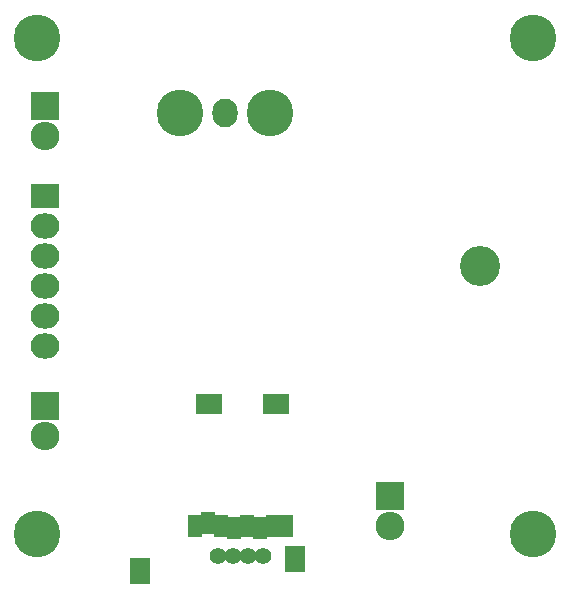
<source format=gbs>
G04 #@! TF.FileFunction,Soldermask,Bot*
%FSLAX46Y46*%
G04 Gerber Fmt 4.6, Leading zero omitted, Abs format (unit mm)*
G04 Created by KiCad (PCBNEW 4.0.7) date Monday, May 07, 2018 'AMt' 09:05:24 AM*
%MOMM*%
%LPD*%
G01*
G04 APERTURE LIST*
%ADD10C,0.100000*%
%ADD11C,1.416000*%
%ADD12R,2.432000X2.432000*%
%ADD13O,2.432000X2.432000*%
%ADD14R,2.432000X2.127200*%
%ADD15O,2.432000X2.127200*%
%ADD16R,1.799540X2.299920*%
%ADD17R,1.197560X1.898600*%
%ADD18R,2.198320X1.799540*%
%ADD19C,3.956000*%
%ADD20C,3.400000*%
%ADD21O,2.127200X2.432000*%
G04 APERTURE END LIST*
D10*
D11*
X78105000Y-102870000D03*
X76855000Y-102870000D03*
X75565000Y-102870000D03*
X74315000Y-102870000D03*
D12*
X59690000Y-64770000D03*
D13*
X59690000Y-67310000D03*
D12*
X88900000Y-97790000D03*
D13*
X88900000Y-100330000D03*
D12*
X59690000Y-90170000D03*
D13*
X59690000Y-92710000D03*
D14*
X59690000Y-72390000D03*
D15*
X59690000Y-74930000D03*
X59690000Y-77470000D03*
X59690000Y-80010000D03*
X59690000Y-82550000D03*
X59690000Y-85090000D03*
D16*
X67708780Y-104155240D03*
X80855820Y-103154480D03*
D17*
X72356980Y-100304600D03*
X73456800Y-100103940D03*
X74554080Y-100304600D03*
X75653900Y-100505260D03*
X76753720Y-100304600D03*
X77856080Y-100505260D03*
X78955900Y-100304600D03*
X80055720Y-100304600D03*
D18*
X79255620Y-90007440D03*
X73558400Y-90007440D03*
D19*
X59000000Y-101000000D03*
X101000000Y-59000000D03*
X59000000Y-59000000D03*
X101000000Y-101000000D03*
D20*
X96520000Y-78280000D03*
D19*
X78740000Y-65405000D03*
D21*
X74930000Y-65405000D03*
D19*
X71120000Y-65405000D03*
M02*

</source>
